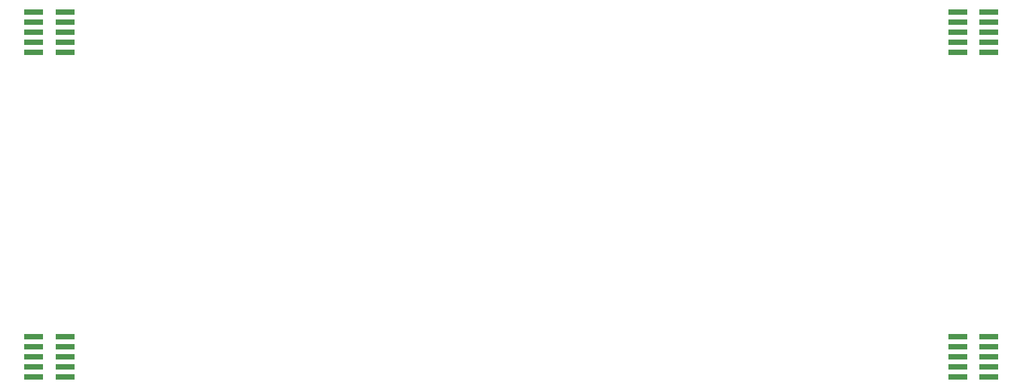
<source format=gbr>
G04 #@! TF.GenerationSoftware,KiCad,Pcbnew,(5.1.2)-1*
G04 #@! TF.CreationDate,2019-11-15T20:45:12-03:00*
G04 #@! TF.ProjectId,TP3-panel,5450332d-7061-46e6-956c-2e6b69636164,v1.0*
G04 #@! TF.SameCoordinates,Original*
G04 #@! TF.FileFunction,Paste,Bot*
G04 #@! TF.FilePolarity,Positive*
%FSLAX46Y46*%
G04 Gerber Fmt 4.6, Leading zero omitted, Abs format (unit mm)*
G04 Created by KiCad (PCBNEW (5.1.2)-1) date 2019-11-15 20:45:12*
%MOMM*%
%LPD*%
G04 APERTURE LIST*
%ADD10R,2.400000X0.740000*%
G04 APERTURE END LIST*
D10*
X178550000Y-111040000D03*
X182450000Y-111040000D03*
X178550000Y-109770000D03*
X182450000Y-109770000D03*
X178550000Y-108500000D03*
X182450000Y-108500000D03*
X178550000Y-107230000D03*
X182450000Y-107230000D03*
X178550000Y-105960000D03*
X182450000Y-105960000D03*
X62050000Y-111040000D03*
X65950000Y-111040000D03*
X62050000Y-109770000D03*
X65950000Y-109770000D03*
X62050000Y-108500000D03*
X65950000Y-108500000D03*
X62050000Y-107230000D03*
X65950000Y-107230000D03*
X62050000Y-105960000D03*
X65950000Y-105960000D03*
X178550000Y-70040000D03*
X182450000Y-70040000D03*
X178550000Y-68770000D03*
X182450000Y-68770000D03*
X178550000Y-67500000D03*
X182450000Y-67500000D03*
X178550000Y-66230000D03*
X182450000Y-66230000D03*
X178550000Y-64960000D03*
X182450000Y-64960000D03*
X65950000Y-64960000D03*
X62050000Y-64960000D03*
X65950000Y-66230000D03*
X62050000Y-66230000D03*
X65950000Y-67500000D03*
X62050000Y-67500000D03*
X65950000Y-68770000D03*
X62050000Y-68770000D03*
X65950000Y-70040000D03*
X62050000Y-70040000D03*
M02*

</source>
